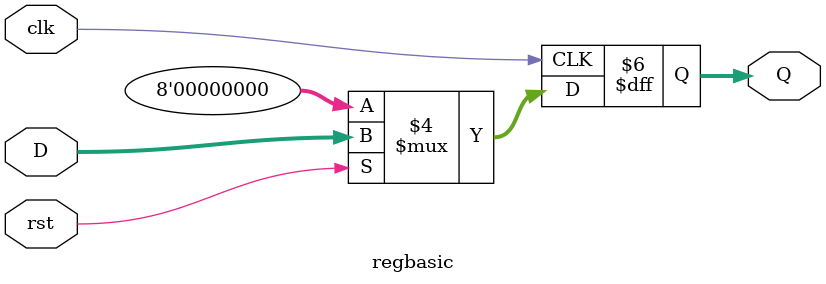
<source format=v>
module regbasic (
    output reg [7:0] Q,
    input wire [7:0] D,
    input wire rst,
    input wire clk
);
                
always @(posedge clk)
begin 
    if (!rst) 
    begin 
        Q<=8'h00; 
    end
    else
    begin 
        Q<=D; 
    end
end

endmodule
         
</source>
